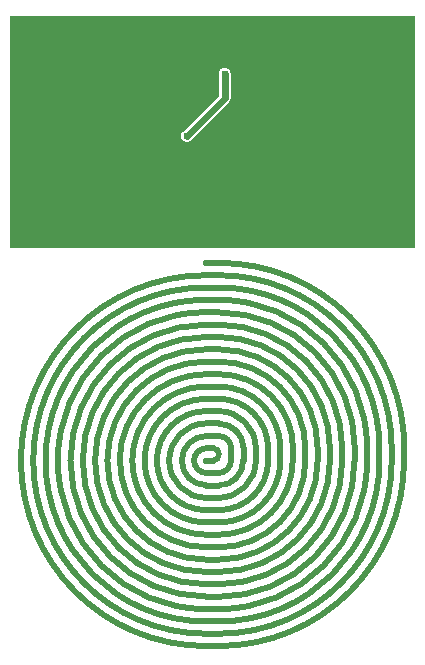
<source format=gbl>
G04*
G04 #@! TF.GenerationSoftware,Altium Limited,Altium Designer,24.8.2 (39)*
G04*
G04 Layer_Physical_Order=2*
G04 Layer_Color=16711680*
%FSLAX23Y23*%
%MOIN*%
G70*
G04*
G04 #@! TF.SameCoordinates,0D03BC48-351D-4F96-96CD-3B8D4E6E46E2*
G04*
G04*
G04 #@! TF.FilePolarity,Positive*
G04*
G01*
G75*
%ADD42C,0.024*%
%ADD44C,0.024*%
%ADD45C,0.021*%
%ADD46C,0.021*%
G04:AMPARAMS|DCode=47|XSize=20mil|YSize=20mil|CornerRadius=5mil|HoleSize=0mil|Usage=FLASHONLY|Rotation=180.000|XOffset=0mil|YOffset=0mil|HoleType=Round|Shape=RoundedRectangle|*
%AMROUNDEDRECTD47*
21,1,0.020,0.010,0,0,180.0*
21,1,0.010,0.020,0,0,180.0*
1,1,0.010,-0.005,0.005*
1,1,0.010,0.005,0.005*
1,1,0.010,0.005,-0.005*
1,1,0.010,-0.005,-0.005*
%
%ADD47ROUNDEDRECTD47*%
G36*
X2388Y2402D02*
X1037D01*
Y3176D01*
X2388D01*
Y2402D01*
D02*
G37*
%LPC*%
G36*
X1752Y3002D02*
X1750Y3002D01*
X1748D01*
X1746Y3001D01*
X1744Y3001D01*
X1743Y3000D01*
X1741Y2999D01*
X1739Y2998D01*
X1738Y2997D01*
X1737Y2995D01*
X1735Y2994D01*
X1734Y2992D01*
X1733Y2990D01*
X1733Y2988D01*
X1732Y2986D01*
Y2984D01*
X1732Y2982D01*
Y2910D01*
X1612Y2790D01*
X1611Y2788D01*
X1609Y2787D01*
X1608Y2785D01*
X1607Y2783D01*
X1607Y2781D01*
X1606Y2780D01*
Y2778D01*
X1606Y2776D01*
X1606Y2774D01*
Y2772D01*
X1607Y2770D01*
X1607Y2768D01*
X1608Y2766D01*
X1609Y2764D01*
X1611Y2763D01*
X1612Y2761D01*
X1613Y2760D01*
X1615Y2759D01*
X1617Y2758D01*
X1618Y2757D01*
X1620Y2757D01*
X1622Y2756D01*
X1624D01*
X1626Y2755D01*
X1628Y2756D01*
X1630D01*
X1632Y2757D01*
X1634Y2757D01*
X1635Y2758D01*
X1637Y2759D01*
X1639Y2760D01*
X1640Y2761D01*
X1766Y2887D01*
X1771Y2894D01*
X1772Y2902D01*
Y2982D01*
X1772Y2984D01*
Y2986D01*
X1771Y2988D01*
X1771Y2990D01*
X1770Y2992D01*
X1769Y2994D01*
X1767Y2995D01*
X1766Y2997D01*
X1765Y2998D01*
X1763Y2999D01*
X1761Y3000D01*
X1760Y3001D01*
X1758Y3001D01*
X1756Y3002D01*
X1754D01*
X1752Y3002D01*
D02*
G37*
%LPD*%
D42*
X1626Y2776D02*
X1752Y2902D01*
Y2982D01*
D44*
X1270Y2667D02*
D03*
X1693Y1693D02*
D03*
X1602Y3004D02*
D03*
X1417D02*
D03*
X1510Y2913D02*
D03*
X1955Y3002D02*
D03*
X1510Y2697D02*
D03*
X1486Y2766D02*
D03*
X1535D02*
D03*
Y2844D02*
D03*
X1486D02*
D03*
X1510Y2805D02*
D03*
X1693Y2352D02*
D03*
X2293Y3071D02*
D03*
X1132D02*
D03*
X1752Y2982D02*
D03*
X1626Y2776D02*
D03*
X1122Y2992D02*
D03*
X1348Y2961D02*
D03*
X1206D02*
D03*
D45*
X2351Y1734D02*
G03*
X1732Y2352I-618J0D01*
G01*
X1938Y1734D02*
G03*
X1732Y1940I-206J0D01*
G01*
X1980Y1734D02*
G03*
X1732Y1981I-247J0D01*
G01*
X2021Y1734D02*
G03*
X1732Y2023I-289J0D01*
G01*
X2062Y1734D02*
G03*
X1732Y2064I-330J0D01*
G01*
X2103Y1734D02*
G03*
X1732Y2105I-371J0D01*
G01*
X2144Y1734D02*
G03*
X1732Y2146I-412J0D01*
G01*
X2186Y1734D02*
G03*
X1732Y2188I-453J0D01*
G01*
X2227Y1734D02*
G03*
X1732Y2229I-495J0D01*
G01*
X2268Y1734D02*
G03*
X1732Y2270I-536J0D01*
G01*
X2309Y1734D02*
G03*
X1732Y2311I-577J0D01*
G01*
Y1487D02*
G03*
X1938Y1693I0J206D01*
G01*
X1732Y1446D02*
G03*
X1980Y1693I0J247D01*
G01*
X1732Y1404D02*
G03*
X2021Y1693I0J289D01*
G01*
X1732Y1363D02*
G03*
X2062Y1693I0J330D01*
G01*
X1732Y1322D02*
G03*
X2103Y1693I0J371D01*
G01*
X1732Y1281D02*
G03*
X2144Y1693I0J412D01*
G01*
X1732Y1239D02*
G03*
X2186Y1693I0J453D01*
G01*
X1732Y1198D02*
G03*
X2227Y1693I0J495D01*
G01*
X1732Y1157D02*
G03*
X2268Y1693I0J536D01*
G01*
X1732Y1116D02*
G03*
X2309Y1693I0J577D01*
G01*
X1732Y1075D02*
G03*
X2351Y1693I0J618D01*
G01*
X1691Y2146D02*
G03*
X1238Y1693I0J-453D01*
G01*
X1691Y2188D02*
G03*
X1196Y1693I0J-495D01*
G01*
X1691Y2229D02*
G03*
X1155Y1693I0J-536D01*
G01*
X1691Y2270D02*
G03*
X1114Y1693I0J-577D01*
G01*
X1691Y2311D02*
G03*
X1073Y1693I0J-618D01*
G01*
X1691Y1734D02*
G03*
X1650Y1693I0J-41D01*
G01*
D02*
G03*
X1691Y1652I41J0D01*
G01*
X1732D02*
G03*
X1774Y1693I0J41D01*
G01*
Y1734D02*
G03*
X1732Y1775I-41J0D01*
G01*
X1691D02*
G03*
X1609Y1693I0J-82D01*
G01*
D02*
G03*
X1691Y1610I82J0D01*
G01*
X1732D02*
G03*
X1815Y1693I0J82D01*
G01*
Y1734D02*
G03*
X1732Y1817I-82J0D01*
G01*
X1691D02*
G03*
X1567Y1693I0J-124D01*
G01*
D02*
G03*
X1691Y1569I124J0D01*
G01*
X1732D02*
G03*
X1856Y1693I0J124D01*
G01*
Y1734D02*
G03*
X1732Y1858I-124J0D01*
G01*
X1691D02*
G03*
X1526Y1693I0J-165D01*
G01*
D02*
G03*
X1691Y1528I165J0D01*
G01*
X1732D02*
G03*
X1897Y1693I0J165D01*
G01*
Y1734D02*
G03*
X1732Y1899I-165J0D01*
G01*
X1691D02*
G03*
X1485Y1693I0J-206D01*
G01*
D02*
G03*
X1691Y1487I206J0D01*
G01*
Y1940D02*
G03*
X1444Y1693I0J-247D01*
G01*
D02*
G03*
X1691Y1446I247J0D01*
G01*
Y1981D02*
G03*
X1403Y1693I0J-289D01*
G01*
D02*
G03*
X1691Y1404I289J0D01*
G01*
Y2023D02*
G03*
X1361Y1693I0J-330D01*
G01*
D02*
G03*
X1691Y1363I330J0D01*
G01*
Y2064D02*
G03*
X1320Y1693I0J-371D01*
G01*
D02*
G03*
X1691Y1322I371J0D01*
G01*
Y2105D02*
G03*
X1279Y1693I0J-412D01*
G01*
D02*
G03*
X1691Y1281I412J0D01*
G01*
X1238Y1693D02*
G03*
X1691Y1239I453J0D01*
G01*
X1196Y1693D02*
G03*
X1691Y1198I495J0D01*
G01*
X1155Y1693D02*
G03*
X1691Y1157I536J0D01*
G01*
X1114Y1693D02*
G03*
X1691Y1116I577J0D01*
G01*
X1073Y1693D02*
G03*
X1691Y1075I618J0D01*
G01*
X1712Y1693D02*
G03*
X1712Y1734I0J21D01*
G01*
X1691Y1075D02*
X1732D01*
X1693Y2352D02*
X1732D01*
X1691D02*
X1693D01*
X1691Y1116D02*
X1732Y1116D01*
X1691Y1157D02*
X1732D01*
X1691Y1198D02*
X1732D01*
X1691Y1239D02*
X1732D01*
X1691Y1281D02*
X1732D01*
X1691Y1404D02*
X1732D01*
X1691Y1322D02*
X1732D01*
X1691Y1363D02*
X1732D01*
X1691Y1487D02*
X1732D01*
X1691Y1446D02*
X1732D01*
X2351Y1693D02*
Y1734D01*
X2309Y1693D02*
Y1734D01*
X2268Y1693D02*
Y1734D01*
X2227Y1693D02*
Y1734D01*
X2186Y1693D02*
Y1734D01*
X2144Y1693D02*
Y1734D01*
X2103Y1693D02*
Y1734D01*
X2062Y1693D02*
Y1734D01*
X1938Y1693D02*
Y1734D01*
X2021Y1693D02*
Y1734D01*
X1980Y1693D02*
Y1734D01*
X1691Y2311D02*
X1732D01*
X1691Y2229D02*
X1732D01*
X1691Y2270D02*
X1732D01*
X1691Y2188D02*
X1732D01*
X1691Y2146D02*
X1732D01*
X1691Y2105D02*
X1732D01*
X1691Y2064D02*
X1732D01*
X1691Y2023D02*
X1732D01*
X1691Y1981D02*
X1732D01*
X1691Y1940D02*
X1732D01*
X1691Y1528D02*
X1732D01*
X1691Y1652D02*
X1732D01*
X1774Y1693D02*
Y1734D01*
X1691Y1775D02*
X1732D01*
X1691Y1610D02*
X1732D01*
X1815Y1693D02*
Y1734D01*
X1691Y1817D02*
X1732D01*
X1691Y1569D02*
X1732D01*
X1856Y1693D02*
Y1734D01*
X1691Y1899D02*
X1732D01*
X1691Y1693D02*
X1712D01*
X1691Y1734D02*
X1712D01*
X1691Y1858D02*
X1732D01*
X1897Y1693D02*
Y1734D01*
D46*
X1691Y1116D02*
D03*
X2227Y1693D02*
D03*
X1732Y2105D02*
D03*
X1712Y1693D02*
D03*
X1712Y1734D02*
D03*
D47*
X1691Y1693D02*
D03*
Y2352D02*
D03*
M02*

</source>
